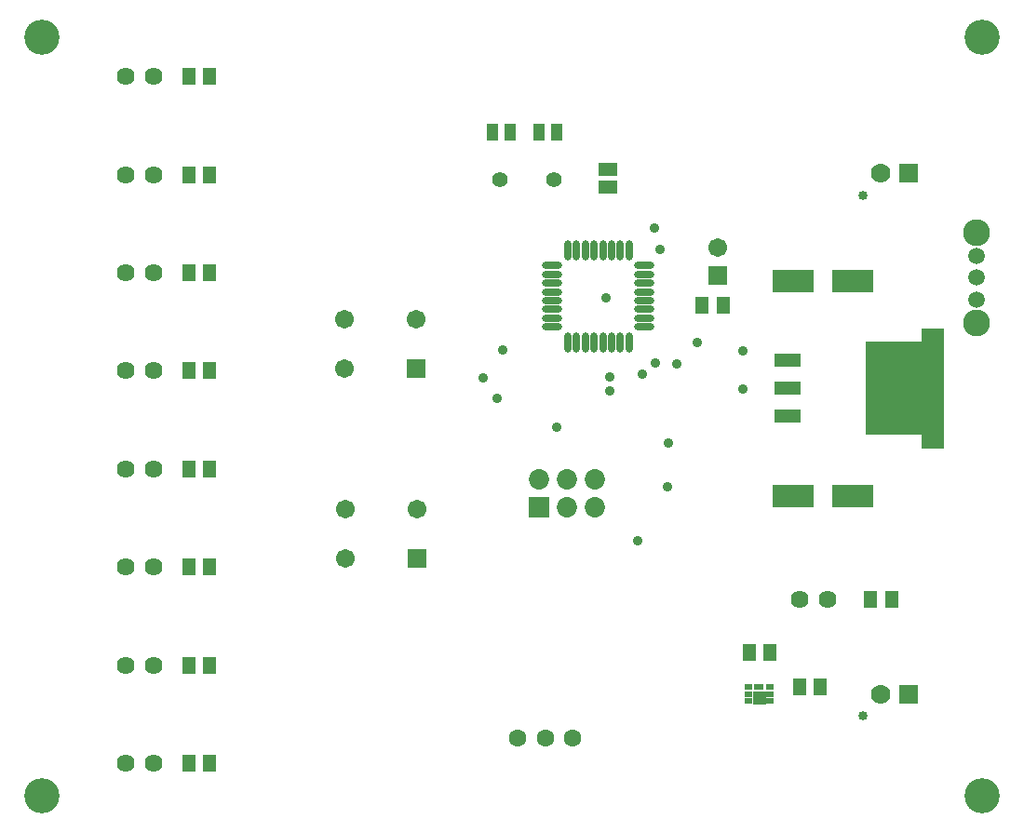
<source format=gts>
G04*
G04 #@! TF.GenerationSoftware,Altium Limited,Altium Designer,21.9.2 (33)*
G04*
G04 Layer_Color=8388736*
%FSLAX44Y44*%
%MOMM*%
G71*
G04*
G04 #@! TF.SameCoordinates,0E528642-7EEA-4571-B266-ABD313229C03*
G04*
G04*
G04 #@! TF.FilePolarity,Negative*
G04*
G01*
G75*
%ADD29R,1.1532X1.6032*%
%ADD30O,1.8532X0.6532*%
%ADD31O,0.6532X1.8532*%
%ADD32R,1.2032X1.1532*%
%ADD33R,0.9532X0.5032*%
%ADD34R,0.6532X0.5032*%
%ADD35R,2.1132X1.4382*%
%ADD36R,7.2032X8.5332*%
%ADD37R,2.3632X1.2732*%
%ADD38R,1.1132X1.5932*%
%ADD39R,1.6732X1.2232*%
%ADD40R,3.7532X2.0032*%
%ADD41C,1.6032*%
%ADD42C,1.5032*%
%ADD43C,2.4532*%
%ADD44R,1.7032X1.7032*%
%ADD45C,1.7032*%
%ADD46C,1.6192*%
%ADD47R,1.7032X1.7032*%
%ADD48C,1.4032*%
%ADD49R,1.8532X1.8532*%
%ADD50C,1.8532*%
%ADD51R,1.7782X1.7782*%
%ADD52C,1.7782*%
%ADD53C,0.8532*%
%ADD54C,3.2032*%
%ADD55C,0.9032*%
D29*
X620500Y-264000D02*
D03*
X639500D02*
D03*
X773500Y-531250D02*
D03*
X792500D02*
D03*
X727930Y-611380D02*
D03*
X708930D02*
D03*
X663210Y-579630D02*
D03*
X682210D02*
D03*
X153500Y-55990D02*
D03*
X172500D02*
D03*
X153500Y-145209D02*
D03*
X172500D02*
D03*
X153500Y-234427D02*
D03*
X172500D02*
D03*
X153500Y-323646D02*
D03*
X172500D02*
D03*
X153500Y-412864D02*
D03*
X172500D02*
D03*
X153500Y-502083D02*
D03*
X172500D02*
D03*
X153500Y-591301D02*
D03*
X172500D02*
D03*
X153500Y-680520D02*
D03*
X172500D02*
D03*
D30*
X568050Y-227780D02*
D03*
Y-235780D02*
D03*
Y-243780D02*
D03*
Y-251780D02*
D03*
Y-259780D02*
D03*
Y-267780D02*
D03*
Y-275780D02*
D03*
Y-283780D02*
D03*
X484050D02*
D03*
Y-275780D02*
D03*
Y-267780D02*
D03*
Y-259780D02*
D03*
Y-251780D02*
D03*
Y-243780D02*
D03*
Y-235780D02*
D03*
Y-227780D02*
D03*
D31*
X554050Y-297780D02*
D03*
X546050D02*
D03*
X538050D02*
D03*
X530050D02*
D03*
X522050D02*
D03*
X514050D02*
D03*
X506050D02*
D03*
X498050D02*
D03*
Y-213780D02*
D03*
X506050D02*
D03*
X514050D02*
D03*
X522050D02*
D03*
X530050D02*
D03*
X538050D02*
D03*
X546050D02*
D03*
X554050D02*
D03*
D32*
X672510Y-620980D02*
D03*
D33*
X671560Y-611230D02*
D03*
D34*
X662760Y-624230D02*
D03*
Y-617730D02*
D03*
Y-611230D02*
D03*
X682260D02*
D03*
Y-617730D02*
D03*
Y-624230D02*
D03*
D35*
X829950Y-291775D02*
D03*
Y-387425D02*
D03*
D36*
X804500Y-339600D02*
D03*
D37*
X697800Y-365000D02*
D03*
Y-339600D02*
D03*
Y-314200D02*
D03*
D38*
X471670Y-106640D02*
D03*
X488070D02*
D03*
X446160D02*
D03*
X429760D02*
D03*
D39*
X534750Y-140250D02*
D03*
Y-156250D02*
D03*
D40*
X703520Y-241810D02*
D03*
X757520D02*
D03*
X703520Y-437390D02*
D03*
X757520D02*
D03*
D41*
X502620Y-657380D02*
D03*
X477620D02*
D03*
X452620D02*
D03*
D42*
X870000Y-259000D02*
D03*
Y-239000D02*
D03*
Y-219000D02*
D03*
D43*
Y-280000D02*
D03*
Y-198000D02*
D03*
D44*
X360250Y-321750D02*
D03*
X360840Y-494520D02*
D03*
D45*
X295250Y-321750D02*
D03*
X360250Y-276750D02*
D03*
X295250D02*
D03*
X295840Y-449520D02*
D03*
X360840D02*
D03*
X295840Y-494520D02*
D03*
X634500Y-211600D02*
D03*
D46*
X121090Y-55990D02*
D03*
X95690D02*
D03*
Y-145209D02*
D03*
X121090D02*
D03*
Y-234427D02*
D03*
X95690D02*
D03*
Y-323646D02*
D03*
X121090D02*
D03*
Y-412864D02*
D03*
X95690D02*
D03*
Y-502083D02*
D03*
X121090D02*
D03*
Y-591301D02*
D03*
X95690D02*
D03*
Y-680520D02*
D03*
X121090D02*
D03*
X734330Y-531370D02*
D03*
X708930D02*
D03*
D47*
X634500Y-237000D02*
D03*
D48*
X436420Y-149820D02*
D03*
X485220D02*
D03*
D49*
X472350Y-448050D02*
D03*
D50*
Y-422650D02*
D03*
X497750Y-448050D02*
D03*
Y-422650D02*
D03*
X523150Y-448050D02*
D03*
Y-422650D02*
D03*
D51*
X807990Y-617730D02*
D03*
Y-144020D02*
D03*
D52*
X782990Y-617730D02*
D03*
Y-144020D02*
D03*
D53*
X766990Y-637730D02*
D03*
Y-164020D02*
D03*
D54*
X875000Y-20000D02*
D03*
Y-710000D02*
D03*
X20000D02*
D03*
Y-20000D02*
D03*
D55*
X421000Y-330000D02*
D03*
X657500Y-305250D02*
D03*
X597250Y-317000D02*
D03*
X577750Y-316750D02*
D03*
X532750Y-257250D02*
D03*
X657750Y-340250D02*
D03*
X562000Y-478500D02*
D03*
X439250Y-305000D02*
D03*
X565750Y-327000D02*
D03*
X536500Y-329250D02*
D03*
X434000Y-348500D02*
D03*
X536250Y-342000D02*
D03*
X582500Y-213250D02*
D03*
X590000Y-389500D02*
D03*
X589250Y-428750D02*
D03*
X577250Y-193500D02*
D03*
X616250Y-297500D02*
D03*
X487750Y-375000D02*
D03*
M02*

</source>
